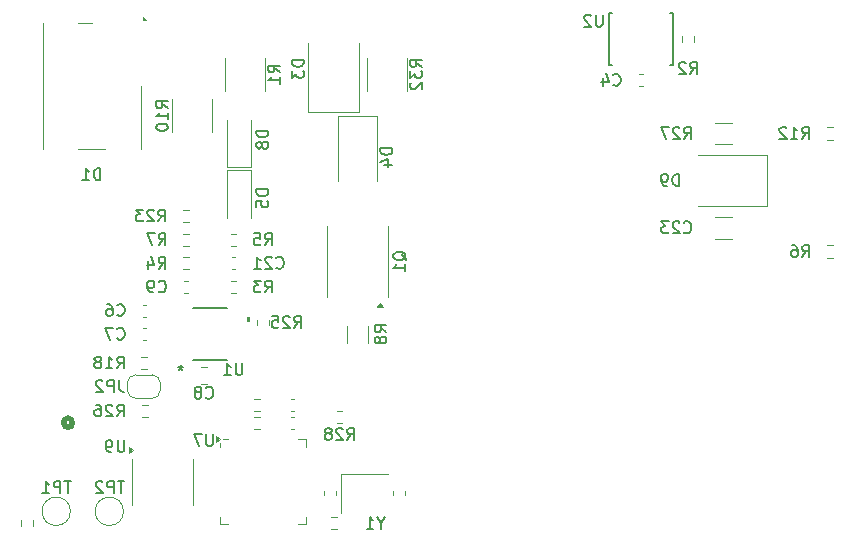
<source format=gbr>
%TF.GenerationSoftware,KiCad,Pcbnew,9.0.0-9.0.0-2~ubuntu24.04.1*%
%TF.CreationDate,2025-04-09T05:40:01-04:00*%
%TF.ProjectId,PSU,5053552e-6b69-4636-9164-5f7063625858,rev?*%
%TF.SameCoordinates,Original*%
%TF.FileFunction,Legend,Bot*%
%TF.FilePolarity,Positive*%
%FSLAX46Y46*%
G04 Gerber Fmt 4.6, Leading zero omitted, Abs format (unit mm)*
G04 Created by KiCad (PCBNEW 9.0.0-9.0.0-2~ubuntu24.04.1) date 2025-04-09 05:40:01*
%MOMM*%
%LPD*%
G01*
G04 APERTURE LIST*
%ADD10C,0.150000*%
%ADD11C,0.508000*%
%ADD12C,0.120000*%
%ADD13C,0.152400*%
%ADD14C,0.000000*%
G04 APERTURE END LIST*
D10*
X133261904Y-124454819D02*
X132690476Y-124454819D01*
X132976190Y-125454819D02*
X132976190Y-124454819D01*
X132357142Y-125454819D02*
X132357142Y-124454819D01*
X132357142Y-124454819D02*
X131976190Y-124454819D01*
X131976190Y-124454819D02*
X131880952Y-124502438D01*
X131880952Y-124502438D02*
X131833333Y-124550057D01*
X131833333Y-124550057D02*
X131785714Y-124645295D01*
X131785714Y-124645295D02*
X131785714Y-124788152D01*
X131785714Y-124788152D02*
X131833333Y-124883390D01*
X131833333Y-124883390D02*
X131880952Y-124931009D01*
X131880952Y-124931009D02*
X131976190Y-124978628D01*
X131976190Y-124978628D02*
X132357142Y-124978628D01*
X131404761Y-124550057D02*
X131357142Y-124502438D01*
X131357142Y-124502438D02*
X131261904Y-124454819D01*
X131261904Y-124454819D02*
X131023809Y-124454819D01*
X131023809Y-124454819D02*
X130928571Y-124502438D01*
X130928571Y-124502438D02*
X130880952Y-124550057D01*
X130880952Y-124550057D02*
X130833333Y-124645295D01*
X130833333Y-124645295D02*
X130833333Y-124740533D01*
X130833333Y-124740533D02*
X130880952Y-124883390D01*
X130880952Y-124883390D02*
X131452380Y-125454819D01*
X131452380Y-125454819D02*
X130833333Y-125454819D01*
X145454819Y-99739405D02*
X144454819Y-99739405D01*
X144454819Y-99739405D02*
X144454819Y-99977500D01*
X144454819Y-99977500D02*
X144502438Y-100120357D01*
X144502438Y-100120357D02*
X144597676Y-100215595D01*
X144597676Y-100215595D02*
X144692914Y-100263214D01*
X144692914Y-100263214D02*
X144883390Y-100310833D01*
X144883390Y-100310833D02*
X145026247Y-100310833D01*
X145026247Y-100310833D02*
X145216723Y-100263214D01*
X145216723Y-100263214D02*
X145311961Y-100215595D01*
X145311961Y-100215595D02*
X145407200Y-100120357D01*
X145407200Y-100120357D02*
X145454819Y-99977500D01*
X145454819Y-99977500D02*
X145454819Y-99739405D01*
X144454819Y-101215595D02*
X144454819Y-100739405D01*
X144454819Y-100739405D02*
X144931009Y-100691786D01*
X144931009Y-100691786D02*
X144883390Y-100739405D01*
X144883390Y-100739405D02*
X144835771Y-100834643D01*
X144835771Y-100834643D02*
X144835771Y-101072738D01*
X144835771Y-101072738D02*
X144883390Y-101167976D01*
X144883390Y-101167976D02*
X144931009Y-101215595D01*
X144931009Y-101215595D02*
X145026247Y-101263214D01*
X145026247Y-101263214D02*
X145264342Y-101263214D01*
X145264342Y-101263214D02*
X145359580Y-101215595D01*
X145359580Y-101215595D02*
X145407200Y-101167976D01*
X145407200Y-101167976D02*
X145454819Y-101072738D01*
X145454819Y-101072738D02*
X145454819Y-100834643D01*
X145454819Y-100834643D02*
X145407200Y-100739405D01*
X145407200Y-100739405D02*
X145359580Y-100691786D01*
X157150057Y-105754761D02*
X157102438Y-105659523D01*
X157102438Y-105659523D02*
X157007200Y-105564285D01*
X157007200Y-105564285D02*
X156864342Y-105421428D01*
X156864342Y-105421428D02*
X156816723Y-105326190D01*
X156816723Y-105326190D02*
X156816723Y-105230952D01*
X157054819Y-105278571D02*
X157007200Y-105183333D01*
X157007200Y-105183333D02*
X156911961Y-105088095D01*
X156911961Y-105088095D02*
X156721485Y-105040476D01*
X156721485Y-105040476D02*
X156388152Y-105040476D01*
X156388152Y-105040476D02*
X156197676Y-105088095D01*
X156197676Y-105088095D02*
X156102438Y-105183333D01*
X156102438Y-105183333D02*
X156054819Y-105278571D01*
X156054819Y-105278571D02*
X156054819Y-105469047D01*
X156054819Y-105469047D02*
X156102438Y-105564285D01*
X156102438Y-105564285D02*
X156197676Y-105659523D01*
X156197676Y-105659523D02*
X156388152Y-105707142D01*
X156388152Y-105707142D02*
X156721485Y-105707142D01*
X156721485Y-105707142D02*
X156911961Y-105659523D01*
X156911961Y-105659523D02*
X157007200Y-105564285D01*
X157007200Y-105564285D02*
X157054819Y-105469047D01*
X157054819Y-105469047D02*
X157054819Y-105278571D01*
X157054819Y-106659523D02*
X157054819Y-106088095D01*
X157054819Y-106373809D02*
X156054819Y-106373809D01*
X156054819Y-106373809D02*
X156197676Y-106278571D01*
X156197676Y-106278571D02*
X156292914Y-106183333D01*
X156292914Y-106183333D02*
X156340533Y-106088095D01*
X132666666Y-112359580D02*
X132714285Y-112407200D01*
X132714285Y-112407200D02*
X132857142Y-112454819D01*
X132857142Y-112454819D02*
X132952380Y-112454819D01*
X132952380Y-112454819D02*
X133095237Y-112407200D01*
X133095237Y-112407200D02*
X133190475Y-112311961D01*
X133190475Y-112311961D02*
X133238094Y-112216723D01*
X133238094Y-112216723D02*
X133285713Y-112026247D01*
X133285713Y-112026247D02*
X133285713Y-111883390D01*
X133285713Y-111883390D02*
X133238094Y-111692914D01*
X133238094Y-111692914D02*
X133190475Y-111597676D01*
X133190475Y-111597676D02*
X133095237Y-111502438D01*
X133095237Y-111502438D02*
X132952380Y-111454819D01*
X132952380Y-111454819D02*
X132857142Y-111454819D01*
X132857142Y-111454819D02*
X132714285Y-111502438D01*
X132714285Y-111502438D02*
X132666666Y-111550057D01*
X132333332Y-111454819D02*
X131666666Y-111454819D01*
X131666666Y-111454819D02*
X132095237Y-112454819D01*
X155954819Y-96239405D02*
X154954819Y-96239405D01*
X154954819Y-96239405D02*
X154954819Y-96477500D01*
X154954819Y-96477500D02*
X155002438Y-96620357D01*
X155002438Y-96620357D02*
X155097676Y-96715595D01*
X155097676Y-96715595D02*
X155192914Y-96763214D01*
X155192914Y-96763214D02*
X155383390Y-96810833D01*
X155383390Y-96810833D02*
X155526247Y-96810833D01*
X155526247Y-96810833D02*
X155716723Y-96763214D01*
X155716723Y-96763214D02*
X155811961Y-96715595D01*
X155811961Y-96715595D02*
X155907200Y-96620357D01*
X155907200Y-96620357D02*
X155954819Y-96477500D01*
X155954819Y-96477500D02*
X155954819Y-96239405D01*
X155288152Y-97667976D02*
X155954819Y-97667976D01*
X154907200Y-97429881D02*
X155621485Y-97191786D01*
X155621485Y-97191786D02*
X155621485Y-97810833D01*
X158454819Y-89357142D02*
X157978628Y-89023809D01*
X158454819Y-88785714D02*
X157454819Y-88785714D01*
X157454819Y-88785714D02*
X157454819Y-89166666D01*
X157454819Y-89166666D02*
X157502438Y-89261904D01*
X157502438Y-89261904D02*
X157550057Y-89309523D01*
X157550057Y-89309523D02*
X157645295Y-89357142D01*
X157645295Y-89357142D02*
X157788152Y-89357142D01*
X157788152Y-89357142D02*
X157883390Y-89309523D01*
X157883390Y-89309523D02*
X157931009Y-89261904D01*
X157931009Y-89261904D02*
X157978628Y-89166666D01*
X157978628Y-89166666D02*
X157978628Y-88785714D01*
X157454819Y-89690476D02*
X157454819Y-90309523D01*
X157454819Y-90309523D02*
X157835771Y-89976190D01*
X157835771Y-89976190D02*
X157835771Y-90119047D01*
X157835771Y-90119047D02*
X157883390Y-90214285D01*
X157883390Y-90214285D02*
X157931009Y-90261904D01*
X157931009Y-90261904D02*
X158026247Y-90309523D01*
X158026247Y-90309523D02*
X158264342Y-90309523D01*
X158264342Y-90309523D02*
X158359580Y-90261904D01*
X158359580Y-90261904D02*
X158407200Y-90214285D01*
X158407200Y-90214285D02*
X158454819Y-90119047D01*
X158454819Y-90119047D02*
X158454819Y-89833333D01*
X158454819Y-89833333D02*
X158407200Y-89738095D01*
X158407200Y-89738095D02*
X158359580Y-89690476D01*
X157550057Y-90690476D02*
X157502438Y-90738095D01*
X157502438Y-90738095D02*
X157454819Y-90833333D01*
X157454819Y-90833333D02*
X157454819Y-91071428D01*
X157454819Y-91071428D02*
X157502438Y-91166666D01*
X157502438Y-91166666D02*
X157550057Y-91214285D01*
X157550057Y-91214285D02*
X157645295Y-91261904D01*
X157645295Y-91261904D02*
X157740533Y-91261904D01*
X157740533Y-91261904D02*
X157883390Y-91214285D01*
X157883390Y-91214285D02*
X158454819Y-90642857D01*
X158454819Y-90642857D02*
X158454819Y-91261904D01*
X136142857Y-102454819D02*
X136476190Y-101978628D01*
X136714285Y-102454819D02*
X136714285Y-101454819D01*
X136714285Y-101454819D02*
X136333333Y-101454819D01*
X136333333Y-101454819D02*
X136238095Y-101502438D01*
X136238095Y-101502438D02*
X136190476Y-101550057D01*
X136190476Y-101550057D02*
X136142857Y-101645295D01*
X136142857Y-101645295D02*
X136142857Y-101788152D01*
X136142857Y-101788152D02*
X136190476Y-101883390D01*
X136190476Y-101883390D02*
X136238095Y-101931009D01*
X136238095Y-101931009D02*
X136333333Y-101978628D01*
X136333333Y-101978628D02*
X136714285Y-101978628D01*
X135761904Y-101550057D02*
X135714285Y-101502438D01*
X135714285Y-101502438D02*
X135619047Y-101454819D01*
X135619047Y-101454819D02*
X135380952Y-101454819D01*
X135380952Y-101454819D02*
X135285714Y-101502438D01*
X135285714Y-101502438D02*
X135238095Y-101550057D01*
X135238095Y-101550057D02*
X135190476Y-101645295D01*
X135190476Y-101645295D02*
X135190476Y-101740533D01*
X135190476Y-101740533D02*
X135238095Y-101883390D01*
X135238095Y-101883390D02*
X135809523Y-102454819D01*
X135809523Y-102454819D02*
X135190476Y-102454819D01*
X134857142Y-101454819D02*
X134238095Y-101454819D01*
X134238095Y-101454819D02*
X134571428Y-101835771D01*
X134571428Y-101835771D02*
X134428571Y-101835771D01*
X134428571Y-101835771D02*
X134333333Y-101883390D01*
X134333333Y-101883390D02*
X134285714Y-101931009D01*
X134285714Y-101931009D02*
X134238095Y-102026247D01*
X134238095Y-102026247D02*
X134238095Y-102264342D01*
X134238095Y-102264342D02*
X134285714Y-102359580D01*
X134285714Y-102359580D02*
X134333333Y-102407200D01*
X134333333Y-102407200D02*
X134428571Y-102454819D01*
X134428571Y-102454819D02*
X134714285Y-102454819D01*
X134714285Y-102454819D02*
X134809523Y-102407200D01*
X134809523Y-102407200D02*
X134857142Y-102359580D01*
X132666666Y-110359580D02*
X132714285Y-110407200D01*
X132714285Y-110407200D02*
X132857142Y-110454819D01*
X132857142Y-110454819D02*
X132952380Y-110454819D01*
X132952380Y-110454819D02*
X133095237Y-110407200D01*
X133095237Y-110407200D02*
X133190475Y-110311961D01*
X133190475Y-110311961D02*
X133238094Y-110216723D01*
X133238094Y-110216723D02*
X133285713Y-110026247D01*
X133285713Y-110026247D02*
X133285713Y-109883390D01*
X133285713Y-109883390D02*
X133238094Y-109692914D01*
X133238094Y-109692914D02*
X133190475Y-109597676D01*
X133190475Y-109597676D02*
X133095237Y-109502438D01*
X133095237Y-109502438D02*
X132952380Y-109454819D01*
X132952380Y-109454819D02*
X132857142Y-109454819D01*
X132857142Y-109454819D02*
X132714285Y-109502438D01*
X132714285Y-109502438D02*
X132666666Y-109550057D01*
X131809523Y-109454819D02*
X131999999Y-109454819D01*
X131999999Y-109454819D02*
X132095237Y-109502438D01*
X132095237Y-109502438D02*
X132142856Y-109550057D01*
X132142856Y-109550057D02*
X132238094Y-109692914D01*
X132238094Y-109692914D02*
X132285713Y-109883390D01*
X132285713Y-109883390D02*
X132285713Y-110264342D01*
X132285713Y-110264342D02*
X132238094Y-110359580D01*
X132238094Y-110359580D02*
X132190475Y-110407200D01*
X132190475Y-110407200D02*
X132095237Y-110454819D01*
X132095237Y-110454819D02*
X131904761Y-110454819D01*
X131904761Y-110454819D02*
X131809523Y-110407200D01*
X131809523Y-110407200D02*
X131761904Y-110359580D01*
X131761904Y-110359580D02*
X131714285Y-110264342D01*
X131714285Y-110264342D02*
X131714285Y-110026247D01*
X131714285Y-110026247D02*
X131761904Y-109931009D01*
X131761904Y-109931009D02*
X131809523Y-109883390D01*
X131809523Y-109883390D02*
X131904761Y-109835771D01*
X131904761Y-109835771D02*
X132095237Y-109835771D01*
X132095237Y-109835771D02*
X132190475Y-109883390D01*
X132190475Y-109883390D02*
X132238094Y-109931009D01*
X132238094Y-109931009D02*
X132285713Y-110026247D01*
X136166666Y-104454819D02*
X136499999Y-103978628D01*
X136738094Y-104454819D02*
X136738094Y-103454819D01*
X136738094Y-103454819D02*
X136357142Y-103454819D01*
X136357142Y-103454819D02*
X136261904Y-103502438D01*
X136261904Y-103502438D02*
X136214285Y-103550057D01*
X136214285Y-103550057D02*
X136166666Y-103645295D01*
X136166666Y-103645295D02*
X136166666Y-103788152D01*
X136166666Y-103788152D02*
X136214285Y-103883390D01*
X136214285Y-103883390D02*
X136261904Y-103931009D01*
X136261904Y-103931009D02*
X136357142Y-103978628D01*
X136357142Y-103978628D02*
X136738094Y-103978628D01*
X135833332Y-103454819D02*
X135166666Y-103454819D01*
X135166666Y-103454819D02*
X135595237Y-104454819D01*
X128761904Y-124454819D02*
X128190476Y-124454819D01*
X128476190Y-125454819D02*
X128476190Y-124454819D01*
X127857142Y-125454819D02*
X127857142Y-124454819D01*
X127857142Y-124454819D02*
X127476190Y-124454819D01*
X127476190Y-124454819D02*
X127380952Y-124502438D01*
X127380952Y-124502438D02*
X127333333Y-124550057D01*
X127333333Y-124550057D02*
X127285714Y-124645295D01*
X127285714Y-124645295D02*
X127285714Y-124788152D01*
X127285714Y-124788152D02*
X127333333Y-124883390D01*
X127333333Y-124883390D02*
X127380952Y-124931009D01*
X127380952Y-124931009D02*
X127476190Y-124978628D01*
X127476190Y-124978628D02*
X127857142Y-124978628D01*
X126333333Y-125454819D02*
X126904761Y-125454819D01*
X126619047Y-125454819D02*
X126619047Y-124454819D01*
X126619047Y-124454819D02*
X126714285Y-124597676D01*
X126714285Y-124597676D02*
X126809523Y-124692914D01*
X126809523Y-124692914D02*
X126904761Y-124740533D01*
X145166666Y-104454819D02*
X145499999Y-103978628D01*
X145738094Y-104454819D02*
X145738094Y-103454819D01*
X145738094Y-103454819D02*
X145357142Y-103454819D01*
X145357142Y-103454819D02*
X145261904Y-103502438D01*
X145261904Y-103502438D02*
X145214285Y-103550057D01*
X145214285Y-103550057D02*
X145166666Y-103645295D01*
X145166666Y-103645295D02*
X145166666Y-103788152D01*
X145166666Y-103788152D02*
X145214285Y-103883390D01*
X145214285Y-103883390D02*
X145261904Y-103931009D01*
X145261904Y-103931009D02*
X145357142Y-103978628D01*
X145357142Y-103978628D02*
X145738094Y-103978628D01*
X144261904Y-103454819D02*
X144738094Y-103454819D01*
X144738094Y-103454819D02*
X144785713Y-103931009D01*
X144785713Y-103931009D02*
X144738094Y-103883390D01*
X144738094Y-103883390D02*
X144642856Y-103835771D01*
X144642856Y-103835771D02*
X144404761Y-103835771D01*
X144404761Y-103835771D02*
X144309523Y-103883390D01*
X144309523Y-103883390D02*
X144261904Y-103931009D01*
X144261904Y-103931009D02*
X144214285Y-104026247D01*
X144214285Y-104026247D02*
X144214285Y-104264342D01*
X144214285Y-104264342D02*
X144261904Y-104359580D01*
X144261904Y-104359580D02*
X144309523Y-104407200D01*
X144309523Y-104407200D02*
X144404761Y-104454819D01*
X144404761Y-104454819D02*
X144642856Y-104454819D01*
X144642856Y-104454819D02*
X144738094Y-104407200D01*
X144738094Y-104407200D02*
X144785713Y-104359580D01*
X145454819Y-94761905D02*
X144454819Y-94761905D01*
X144454819Y-94761905D02*
X144454819Y-95000000D01*
X144454819Y-95000000D02*
X144502438Y-95142857D01*
X144502438Y-95142857D02*
X144597676Y-95238095D01*
X144597676Y-95238095D02*
X144692914Y-95285714D01*
X144692914Y-95285714D02*
X144883390Y-95333333D01*
X144883390Y-95333333D02*
X145026247Y-95333333D01*
X145026247Y-95333333D02*
X145216723Y-95285714D01*
X145216723Y-95285714D02*
X145311961Y-95238095D01*
X145311961Y-95238095D02*
X145407200Y-95142857D01*
X145407200Y-95142857D02*
X145454819Y-95000000D01*
X145454819Y-95000000D02*
X145454819Y-94761905D01*
X144883390Y-95904762D02*
X144835771Y-95809524D01*
X144835771Y-95809524D02*
X144788152Y-95761905D01*
X144788152Y-95761905D02*
X144692914Y-95714286D01*
X144692914Y-95714286D02*
X144645295Y-95714286D01*
X144645295Y-95714286D02*
X144550057Y-95761905D01*
X144550057Y-95761905D02*
X144502438Y-95809524D01*
X144502438Y-95809524D02*
X144454819Y-95904762D01*
X144454819Y-95904762D02*
X144454819Y-96095238D01*
X144454819Y-96095238D02*
X144502438Y-96190476D01*
X144502438Y-96190476D02*
X144550057Y-96238095D01*
X144550057Y-96238095D02*
X144645295Y-96285714D01*
X144645295Y-96285714D02*
X144692914Y-96285714D01*
X144692914Y-96285714D02*
X144788152Y-96238095D01*
X144788152Y-96238095D02*
X144835771Y-96190476D01*
X144835771Y-96190476D02*
X144883390Y-96095238D01*
X144883390Y-96095238D02*
X144883390Y-95904762D01*
X144883390Y-95904762D02*
X144931009Y-95809524D01*
X144931009Y-95809524D02*
X144978628Y-95761905D01*
X144978628Y-95761905D02*
X145073866Y-95714286D01*
X145073866Y-95714286D02*
X145264342Y-95714286D01*
X145264342Y-95714286D02*
X145359580Y-95761905D01*
X145359580Y-95761905D02*
X145407200Y-95809524D01*
X145407200Y-95809524D02*
X145454819Y-95904762D01*
X145454819Y-95904762D02*
X145454819Y-96095238D01*
X145454819Y-96095238D02*
X145407200Y-96190476D01*
X145407200Y-96190476D02*
X145359580Y-96238095D01*
X145359580Y-96238095D02*
X145264342Y-96285714D01*
X145264342Y-96285714D02*
X145073866Y-96285714D01*
X145073866Y-96285714D02*
X144978628Y-96238095D01*
X144978628Y-96238095D02*
X144931009Y-96190476D01*
X144931009Y-96190476D02*
X144883390Y-96095238D01*
X155454819Y-111833333D02*
X154978628Y-111500000D01*
X155454819Y-111261905D02*
X154454819Y-111261905D01*
X154454819Y-111261905D02*
X154454819Y-111642857D01*
X154454819Y-111642857D02*
X154502438Y-111738095D01*
X154502438Y-111738095D02*
X154550057Y-111785714D01*
X154550057Y-111785714D02*
X154645295Y-111833333D01*
X154645295Y-111833333D02*
X154788152Y-111833333D01*
X154788152Y-111833333D02*
X154883390Y-111785714D01*
X154883390Y-111785714D02*
X154931009Y-111738095D01*
X154931009Y-111738095D02*
X154978628Y-111642857D01*
X154978628Y-111642857D02*
X154978628Y-111261905D01*
X154883390Y-112404762D02*
X154835771Y-112309524D01*
X154835771Y-112309524D02*
X154788152Y-112261905D01*
X154788152Y-112261905D02*
X154692914Y-112214286D01*
X154692914Y-112214286D02*
X154645295Y-112214286D01*
X154645295Y-112214286D02*
X154550057Y-112261905D01*
X154550057Y-112261905D02*
X154502438Y-112309524D01*
X154502438Y-112309524D02*
X154454819Y-112404762D01*
X154454819Y-112404762D02*
X154454819Y-112595238D01*
X154454819Y-112595238D02*
X154502438Y-112690476D01*
X154502438Y-112690476D02*
X154550057Y-112738095D01*
X154550057Y-112738095D02*
X154645295Y-112785714D01*
X154645295Y-112785714D02*
X154692914Y-112785714D01*
X154692914Y-112785714D02*
X154788152Y-112738095D01*
X154788152Y-112738095D02*
X154835771Y-112690476D01*
X154835771Y-112690476D02*
X154883390Y-112595238D01*
X154883390Y-112595238D02*
X154883390Y-112404762D01*
X154883390Y-112404762D02*
X154931009Y-112309524D01*
X154931009Y-112309524D02*
X154978628Y-112261905D01*
X154978628Y-112261905D02*
X155073866Y-112214286D01*
X155073866Y-112214286D02*
X155264342Y-112214286D01*
X155264342Y-112214286D02*
X155359580Y-112261905D01*
X155359580Y-112261905D02*
X155407200Y-112309524D01*
X155407200Y-112309524D02*
X155454819Y-112404762D01*
X155454819Y-112404762D02*
X155454819Y-112595238D01*
X155454819Y-112595238D02*
X155407200Y-112690476D01*
X155407200Y-112690476D02*
X155359580Y-112738095D01*
X155359580Y-112738095D02*
X155264342Y-112785714D01*
X155264342Y-112785714D02*
X155073866Y-112785714D01*
X155073866Y-112785714D02*
X154978628Y-112738095D01*
X154978628Y-112738095D02*
X154931009Y-112690476D01*
X154931009Y-112690476D02*
X154883390Y-112595238D01*
X132642857Y-118954819D02*
X132976190Y-118478628D01*
X133214285Y-118954819D02*
X133214285Y-117954819D01*
X133214285Y-117954819D02*
X132833333Y-117954819D01*
X132833333Y-117954819D02*
X132738095Y-118002438D01*
X132738095Y-118002438D02*
X132690476Y-118050057D01*
X132690476Y-118050057D02*
X132642857Y-118145295D01*
X132642857Y-118145295D02*
X132642857Y-118288152D01*
X132642857Y-118288152D02*
X132690476Y-118383390D01*
X132690476Y-118383390D02*
X132738095Y-118431009D01*
X132738095Y-118431009D02*
X132833333Y-118478628D01*
X132833333Y-118478628D02*
X133214285Y-118478628D01*
X132261904Y-118050057D02*
X132214285Y-118002438D01*
X132214285Y-118002438D02*
X132119047Y-117954819D01*
X132119047Y-117954819D02*
X131880952Y-117954819D01*
X131880952Y-117954819D02*
X131785714Y-118002438D01*
X131785714Y-118002438D02*
X131738095Y-118050057D01*
X131738095Y-118050057D02*
X131690476Y-118145295D01*
X131690476Y-118145295D02*
X131690476Y-118240533D01*
X131690476Y-118240533D02*
X131738095Y-118383390D01*
X131738095Y-118383390D02*
X132309523Y-118954819D01*
X132309523Y-118954819D02*
X131690476Y-118954819D01*
X130833333Y-117954819D02*
X131023809Y-117954819D01*
X131023809Y-117954819D02*
X131119047Y-118002438D01*
X131119047Y-118002438D02*
X131166666Y-118050057D01*
X131166666Y-118050057D02*
X131261904Y-118192914D01*
X131261904Y-118192914D02*
X131309523Y-118383390D01*
X131309523Y-118383390D02*
X131309523Y-118764342D01*
X131309523Y-118764342D02*
X131261904Y-118859580D01*
X131261904Y-118859580D02*
X131214285Y-118907200D01*
X131214285Y-118907200D02*
X131119047Y-118954819D01*
X131119047Y-118954819D02*
X130928571Y-118954819D01*
X130928571Y-118954819D02*
X130833333Y-118907200D01*
X130833333Y-118907200D02*
X130785714Y-118859580D01*
X130785714Y-118859580D02*
X130738095Y-118764342D01*
X130738095Y-118764342D02*
X130738095Y-118526247D01*
X130738095Y-118526247D02*
X130785714Y-118431009D01*
X130785714Y-118431009D02*
X130833333Y-118383390D01*
X130833333Y-118383390D02*
X130928571Y-118335771D01*
X130928571Y-118335771D02*
X131119047Y-118335771D01*
X131119047Y-118335771D02*
X131214285Y-118383390D01*
X131214285Y-118383390D02*
X131261904Y-118431009D01*
X131261904Y-118431009D02*
X131309523Y-118526247D01*
X136166666Y-106454819D02*
X136499999Y-105978628D01*
X136738094Y-106454819D02*
X136738094Y-105454819D01*
X136738094Y-105454819D02*
X136357142Y-105454819D01*
X136357142Y-105454819D02*
X136261904Y-105502438D01*
X136261904Y-105502438D02*
X136214285Y-105550057D01*
X136214285Y-105550057D02*
X136166666Y-105645295D01*
X136166666Y-105645295D02*
X136166666Y-105788152D01*
X136166666Y-105788152D02*
X136214285Y-105883390D01*
X136214285Y-105883390D02*
X136261904Y-105931009D01*
X136261904Y-105931009D02*
X136357142Y-105978628D01*
X136357142Y-105978628D02*
X136738094Y-105978628D01*
X135309523Y-105788152D02*
X135309523Y-106454819D01*
X135547618Y-105407200D02*
X135785713Y-106121485D01*
X135785713Y-106121485D02*
X135166666Y-106121485D01*
X146454819Y-89833333D02*
X145978628Y-89500000D01*
X146454819Y-89261905D02*
X145454819Y-89261905D01*
X145454819Y-89261905D02*
X145454819Y-89642857D01*
X145454819Y-89642857D02*
X145502438Y-89738095D01*
X145502438Y-89738095D02*
X145550057Y-89785714D01*
X145550057Y-89785714D02*
X145645295Y-89833333D01*
X145645295Y-89833333D02*
X145788152Y-89833333D01*
X145788152Y-89833333D02*
X145883390Y-89785714D01*
X145883390Y-89785714D02*
X145931009Y-89738095D01*
X145931009Y-89738095D02*
X145978628Y-89642857D01*
X145978628Y-89642857D02*
X145978628Y-89261905D01*
X146454819Y-90785714D02*
X146454819Y-90214286D01*
X146454819Y-90500000D02*
X145454819Y-90500000D01*
X145454819Y-90500000D02*
X145597676Y-90404762D01*
X145597676Y-90404762D02*
X145692914Y-90309524D01*
X145692914Y-90309524D02*
X145740533Y-90214286D01*
X190666666Y-105454819D02*
X190999999Y-104978628D01*
X191238094Y-105454819D02*
X191238094Y-104454819D01*
X191238094Y-104454819D02*
X190857142Y-104454819D01*
X190857142Y-104454819D02*
X190761904Y-104502438D01*
X190761904Y-104502438D02*
X190714285Y-104550057D01*
X190714285Y-104550057D02*
X190666666Y-104645295D01*
X190666666Y-104645295D02*
X190666666Y-104788152D01*
X190666666Y-104788152D02*
X190714285Y-104883390D01*
X190714285Y-104883390D02*
X190761904Y-104931009D01*
X190761904Y-104931009D02*
X190857142Y-104978628D01*
X190857142Y-104978628D02*
X191238094Y-104978628D01*
X189809523Y-104454819D02*
X189999999Y-104454819D01*
X189999999Y-104454819D02*
X190095237Y-104502438D01*
X190095237Y-104502438D02*
X190142856Y-104550057D01*
X190142856Y-104550057D02*
X190238094Y-104692914D01*
X190238094Y-104692914D02*
X190285713Y-104883390D01*
X190285713Y-104883390D02*
X190285713Y-105264342D01*
X190285713Y-105264342D02*
X190238094Y-105359580D01*
X190238094Y-105359580D02*
X190190475Y-105407200D01*
X190190475Y-105407200D02*
X190095237Y-105454819D01*
X190095237Y-105454819D02*
X189904761Y-105454819D01*
X189904761Y-105454819D02*
X189809523Y-105407200D01*
X189809523Y-105407200D02*
X189761904Y-105359580D01*
X189761904Y-105359580D02*
X189714285Y-105264342D01*
X189714285Y-105264342D02*
X189714285Y-105026247D01*
X189714285Y-105026247D02*
X189761904Y-104931009D01*
X189761904Y-104931009D02*
X189809523Y-104883390D01*
X189809523Y-104883390D02*
X189904761Y-104835771D01*
X189904761Y-104835771D02*
X190095237Y-104835771D01*
X190095237Y-104835771D02*
X190190475Y-104883390D01*
X190190475Y-104883390D02*
X190238094Y-104931009D01*
X190238094Y-104931009D02*
X190285713Y-105026247D01*
X132833333Y-115891317D02*
X132833333Y-116605602D01*
X132833333Y-116605602D02*
X132880952Y-116748459D01*
X132880952Y-116748459D02*
X132976190Y-116843698D01*
X132976190Y-116843698D02*
X133119047Y-116891317D01*
X133119047Y-116891317D02*
X133214285Y-116891317D01*
X132357142Y-116891317D02*
X132357142Y-115891317D01*
X132357142Y-115891317D02*
X131976190Y-115891317D01*
X131976190Y-115891317D02*
X131880952Y-115938936D01*
X131880952Y-115938936D02*
X131833333Y-115986555D01*
X131833333Y-115986555D02*
X131785714Y-116081793D01*
X131785714Y-116081793D02*
X131785714Y-116224650D01*
X131785714Y-116224650D02*
X131833333Y-116319888D01*
X131833333Y-116319888D02*
X131880952Y-116367507D01*
X131880952Y-116367507D02*
X131976190Y-116415126D01*
X131976190Y-116415126D02*
X132357142Y-116415126D01*
X131404761Y-115986555D02*
X131357142Y-115938936D01*
X131357142Y-115938936D02*
X131261904Y-115891317D01*
X131261904Y-115891317D02*
X131023809Y-115891317D01*
X131023809Y-115891317D02*
X130928571Y-115938936D01*
X130928571Y-115938936D02*
X130880952Y-115986555D01*
X130880952Y-115986555D02*
X130833333Y-116081793D01*
X130833333Y-116081793D02*
X130833333Y-116177031D01*
X130833333Y-116177031D02*
X130880952Y-116319888D01*
X130880952Y-116319888D02*
X131452380Y-116891317D01*
X131452380Y-116891317D02*
X130833333Y-116891317D01*
X174666666Y-90859580D02*
X174714285Y-90907200D01*
X174714285Y-90907200D02*
X174857142Y-90954819D01*
X174857142Y-90954819D02*
X174952380Y-90954819D01*
X174952380Y-90954819D02*
X175095237Y-90907200D01*
X175095237Y-90907200D02*
X175190475Y-90811961D01*
X175190475Y-90811961D02*
X175238094Y-90716723D01*
X175238094Y-90716723D02*
X175285713Y-90526247D01*
X175285713Y-90526247D02*
X175285713Y-90383390D01*
X175285713Y-90383390D02*
X175238094Y-90192914D01*
X175238094Y-90192914D02*
X175190475Y-90097676D01*
X175190475Y-90097676D02*
X175095237Y-90002438D01*
X175095237Y-90002438D02*
X174952380Y-89954819D01*
X174952380Y-89954819D02*
X174857142Y-89954819D01*
X174857142Y-89954819D02*
X174714285Y-90002438D01*
X174714285Y-90002438D02*
X174666666Y-90050057D01*
X173809523Y-90288152D02*
X173809523Y-90954819D01*
X174047618Y-89907200D02*
X174285713Y-90621485D01*
X174285713Y-90621485D02*
X173666666Y-90621485D01*
X140761904Y-120454819D02*
X140761904Y-121264342D01*
X140761904Y-121264342D02*
X140714285Y-121359580D01*
X140714285Y-121359580D02*
X140666666Y-121407200D01*
X140666666Y-121407200D02*
X140571428Y-121454819D01*
X140571428Y-121454819D02*
X140380952Y-121454819D01*
X140380952Y-121454819D02*
X140285714Y-121407200D01*
X140285714Y-121407200D02*
X140238095Y-121359580D01*
X140238095Y-121359580D02*
X140190476Y-121264342D01*
X140190476Y-121264342D02*
X140190476Y-120454819D01*
X139809523Y-120454819D02*
X139142857Y-120454819D01*
X139142857Y-120454819D02*
X139571428Y-121454819D01*
X136166666Y-108359580D02*
X136214285Y-108407200D01*
X136214285Y-108407200D02*
X136357142Y-108454819D01*
X136357142Y-108454819D02*
X136452380Y-108454819D01*
X136452380Y-108454819D02*
X136595237Y-108407200D01*
X136595237Y-108407200D02*
X136690475Y-108311961D01*
X136690475Y-108311961D02*
X136738094Y-108216723D01*
X136738094Y-108216723D02*
X136785713Y-108026247D01*
X136785713Y-108026247D02*
X136785713Y-107883390D01*
X136785713Y-107883390D02*
X136738094Y-107692914D01*
X136738094Y-107692914D02*
X136690475Y-107597676D01*
X136690475Y-107597676D02*
X136595237Y-107502438D01*
X136595237Y-107502438D02*
X136452380Y-107454819D01*
X136452380Y-107454819D02*
X136357142Y-107454819D01*
X136357142Y-107454819D02*
X136214285Y-107502438D01*
X136214285Y-107502438D02*
X136166666Y-107550057D01*
X135690475Y-108454819D02*
X135499999Y-108454819D01*
X135499999Y-108454819D02*
X135404761Y-108407200D01*
X135404761Y-108407200D02*
X135357142Y-108359580D01*
X135357142Y-108359580D02*
X135261904Y-108216723D01*
X135261904Y-108216723D02*
X135214285Y-108026247D01*
X135214285Y-108026247D02*
X135214285Y-107645295D01*
X135214285Y-107645295D02*
X135261904Y-107550057D01*
X135261904Y-107550057D02*
X135309523Y-107502438D01*
X135309523Y-107502438D02*
X135404761Y-107454819D01*
X135404761Y-107454819D02*
X135595237Y-107454819D01*
X135595237Y-107454819D02*
X135690475Y-107502438D01*
X135690475Y-107502438D02*
X135738094Y-107550057D01*
X135738094Y-107550057D02*
X135785713Y-107645295D01*
X135785713Y-107645295D02*
X135785713Y-107883390D01*
X135785713Y-107883390D02*
X135738094Y-107978628D01*
X135738094Y-107978628D02*
X135690475Y-108026247D01*
X135690475Y-108026247D02*
X135595237Y-108073866D01*
X135595237Y-108073866D02*
X135404761Y-108073866D01*
X135404761Y-108073866D02*
X135309523Y-108026247D01*
X135309523Y-108026247D02*
X135261904Y-107978628D01*
X135261904Y-107978628D02*
X135214285Y-107883390D01*
X180642857Y-95454819D02*
X180976190Y-94978628D01*
X181214285Y-95454819D02*
X181214285Y-94454819D01*
X181214285Y-94454819D02*
X180833333Y-94454819D01*
X180833333Y-94454819D02*
X180738095Y-94502438D01*
X180738095Y-94502438D02*
X180690476Y-94550057D01*
X180690476Y-94550057D02*
X180642857Y-94645295D01*
X180642857Y-94645295D02*
X180642857Y-94788152D01*
X180642857Y-94788152D02*
X180690476Y-94883390D01*
X180690476Y-94883390D02*
X180738095Y-94931009D01*
X180738095Y-94931009D02*
X180833333Y-94978628D01*
X180833333Y-94978628D02*
X181214285Y-94978628D01*
X180261904Y-94550057D02*
X180214285Y-94502438D01*
X180214285Y-94502438D02*
X180119047Y-94454819D01*
X180119047Y-94454819D02*
X179880952Y-94454819D01*
X179880952Y-94454819D02*
X179785714Y-94502438D01*
X179785714Y-94502438D02*
X179738095Y-94550057D01*
X179738095Y-94550057D02*
X179690476Y-94645295D01*
X179690476Y-94645295D02*
X179690476Y-94740533D01*
X179690476Y-94740533D02*
X179738095Y-94883390D01*
X179738095Y-94883390D02*
X180309523Y-95454819D01*
X180309523Y-95454819D02*
X179690476Y-95454819D01*
X179357142Y-94454819D02*
X178690476Y-94454819D01*
X178690476Y-94454819D02*
X179119047Y-95454819D01*
X180642857Y-103359580D02*
X180690476Y-103407200D01*
X180690476Y-103407200D02*
X180833333Y-103454819D01*
X180833333Y-103454819D02*
X180928571Y-103454819D01*
X180928571Y-103454819D02*
X181071428Y-103407200D01*
X181071428Y-103407200D02*
X181166666Y-103311961D01*
X181166666Y-103311961D02*
X181214285Y-103216723D01*
X181214285Y-103216723D02*
X181261904Y-103026247D01*
X181261904Y-103026247D02*
X181261904Y-102883390D01*
X181261904Y-102883390D02*
X181214285Y-102692914D01*
X181214285Y-102692914D02*
X181166666Y-102597676D01*
X181166666Y-102597676D02*
X181071428Y-102502438D01*
X181071428Y-102502438D02*
X180928571Y-102454819D01*
X180928571Y-102454819D02*
X180833333Y-102454819D01*
X180833333Y-102454819D02*
X180690476Y-102502438D01*
X180690476Y-102502438D02*
X180642857Y-102550057D01*
X180261904Y-102550057D02*
X180214285Y-102502438D01*
X180214285Y-102502438D02*
X180119047Y-102454819D01*
X180119047Y-102454819D02*
X179880952Y-102454819D01*
X179880952Y-102454819D02*
X179785714Y-102502438D01*
X179785714Y-102502438D02*
X179738095Y-102550057D01*
X179738095Y-102550057D02*
X179690476Y-102645295D01*
X179690476Y-102645295D02*
X179690476Y-102740533D01*
X179690476Y-102740533D02*
X179738095Y-102883390D01*
X179738095Y-102883390D02*
X180309523Y-103454819D01*
X180309523Y-103454819D02*
X179690476Y-103454819D01*
X179357142Y-102454819D02*
X178738095Y-102454819D01*
X178738095Y-102454819D02*
X179071428Y-102835771D01*
X179071428Y-102835771D02*
X178928571Y-102835771D01*
X178928571Y-102835771D02*
X178833333Y-102883390D01*
X178833333Y-102883390D02*
X178785714Y-102931009D01*
X178785714Y-102931009D02*
X178738095Y-103026247D01*
X178738095Y-103026247D02*
X178738095Y-103264342D01*
X178738095Y-103264342D02*
X178785714Y-103359580D01*
X178785714Y-103359580D02*
X178833333Y-103407200D01*
X178833333Y-103407200D02*
X178928571Y-103454819D01*
X178928571Y-103454819D02*
X179214285Y-103454819D01*
X179214285Y-103454819D02*
X179309523Y-103407200D01*
X179309523Y-103407200D02*
X179357142Y-103359580D01*
X173761904Y-84954819D02*
X173761904Y-85764342D01*
X173761904Y-85764342D02*
X173714285Y-85859580D01*
X173714285Y-85859580D02*
X173666666Y-85907200D01*
X173666666Y-85907200D02*
X173571428Y-85954819D01*
X173571428Y-85954819D02*
X173380952Y-85954819D01*
X173380952Y-85954819D02*
X173285714Y-85907200D01*
X173285714Y-85907200D02*
X173238095Y-85859580D01*
X173238095Y-85859580D02*
X173190476Y-85764342D01*
X173190476Y-85764342D02*
X173190476Y-84954819D01*
X172761904Y-85050057D02*
X172714285Y-85002438D01*
X172714285Y-85002438D02*
X172619047Y-84954819D01*
X172619047Y-84954819D02*
X172380952Y-84954819D01*
X172380952Y-84954819D02*
X172285714Y-85002438D01*
X172285714Y-85002438D02*
X172238095Y-85050057D01*
X172238095Y-85050057D02*
X172190476Y-85145295D01*
X172190476Y-85145295D02*
X172190476Y-85240533D01*
X172190476Y-85240533D02*
X172238095Y-85383390D01*
X172238095Y-85383390D02*
X172809523Y-85954819D01*
X172809523Y-85954819D02*
X172190476Y-85954819D01*
X146142857Y-106359580D02*
X146190476Y-106407200D01*
X146190476Y-106407200D02*
X146333333Y-106454819D01*
X146333333Y-106454819D02*
X146428571Y-106454819D01*
X146428571Y-106454819D02*
X146571428Y-106407200D01*
X146571428Y-106407200D02*
X146666666Y-106311961D01*
X146666666Y-106311961D02*
X146714285Y-106216723D01*
X146714285Y-106216723D02*
X146761904Y-106026247D01*
X146761904Y-106026247D02*
X146761904Y-105883390D01*
X146761904Y-105883390D02*
X146714285Y-105692914D01*
X146714285Y-105692914D02*
X146666666Y-105597676D01*
X146666666Y-105597676D02*
X146571428Y-105502438D01*
X146571428Y-105502438D02*
X146428571Y-105454819D01*
X146428571Y-105454819D02*
X146333333Y-105454819D01*
X146333333Y-105454819D02*
X146190476Y-105502438D01*
X146190476Y-105502438D02*
X146142857Y-105550057D01*
X145761904Y-105550057D02*
X145714285Y-105502438D01*
X145714285Y-105502438D02*
X145619047Y-105454819D01*
X145619047Y-105454819D02*
X145380952Y-105454819D01*
X145380952Y-105454819D02*
X145285714Y-105502438D01*
X145285714Y-105502438D02*
X145238095Y-105550057D01*
X145238095Y-105550057D02*
X145190476Y-105645295D01*
X145190476Y-105645295D02*
X145190476Y-105740533D01*
X145190476Y-105740533D02*
X145238095Y-105883390D01*
X145238095Y-105883390D02*
X145809523Y-106454819D01*
X145809523Y-106454819D02*
X145190476Y-106454819D01*
X144238095Y-106454819D02*
X144809523Y-106454819D01*
X144523809Y-106454819D02*
X144523809Y-105454819D01*
X144523809Y-105454819D02*
X144619047Y-105597676D01*
X144619047Y-105597676D02*
X144714285Y-105692914D01*
X144714285Y-105692914D02*
X144809523Y-105740533D01*
X180238094Y-99454819D02*
X180238094Y-98454819D01*
X180238094Y-98454819D02*
X179999999Y-98454819D01*
X179999999Y-98454819D02*
X179857142Y-98502438D01*
X179857142Y-98502438D02*
X179761904Y-98597676D01*
X179761904Y-98597676D02*
X179714285Y-98692914D01*
X179714285Y-98692914D02*
X179666666Y-98883390D01*
X179666666Y-98883390D02*
X179666666Y-99026247D01*
X179666666Y-99026247D02*
X179714285Y-99216723D01*
X179714285Y-99216723D02*
X179761904Y-99311961D01*
X179761904Y-99311961D02*
X179857142Y-99407200D01*
X179857142Y-99407200D02*
X179999999Y-99454819D01*
X179999999Y-99454819D02*
X180238094Y-99454819D01*
X179190475Y-99454819D02*
X178999999Y-99454819D01*
X178999999Y-99454819D02*
X178904761Y-99407200D01*
X178904761Y-99407200D02*
X178857142Y-99359580D01*
X178857142Y-99359580D02*
X178761904Y-99216723D01*
X178761904Y-99216723D02*
X178714285Y-99026247D01*
X178714285Y-99026247D02*
X178714285Y-98645295D01*
X178714285Y-98645295D02*
X178761904Y-98550057D01*
X178761904Y-98550057D02*
X178809523Y-98502438D01*
X178809523Y-98502438D02*
X178904761Y-98454819D01*
X178904761Y-98454819D02*
X179095237Y-98454819D01*
X179095237Y-98454819D02*
X179190475Y-98502438D01*
X179190475Y-98502438D02*
X179238094Y-98550057D01*
X179238094Y-98550057D02*
X179285713Y-98645295D01*
X179285713Y-98645295D02*
X179285713Y-98883390D01*
X179285713Y-98883390D02*
X179238094Y-98978628D01*
X179238094Y-98978628D02*
X179190475Y-99026247D01*
X179190475Y-99026247D02*
X179095237Y-99073866D01*
X179095237Y-99073866D02*
X178904761Y-99073866D01*
X178904761Y-99073866D02*
X178809523Y-99026247D01*
X178809523Y-99026247D02*
X178761904Y-98978628D01*
X178761904Y-98978628D02*
X178714285Y-98883390D01*
X131238094Y-98954819D02*
X131238094Y-97954819D01*
X131238094Y-97954819D02*
X130999999Y-97954819D01*
X130999999Y-97954819D02*
X130857142Y-98002438D01*
X130857142Y-98002438D02*
X130761904Y-98097676D01*
X130761904Y-98097676D02*
X130714285Y-98192914D01*
X130714285Y-98192914D02*
X130666666Y-98383390D01*
X130666666Y-98383390D02*
X130666666Y-98526247D01*
X130666666Y-98526247D02*
X130714285Y-98716723D01*
X130714285Y-98716723D02*
X130761904Y-98811961D01*
X130761904Y-98811961D02*
X130857142Y-98907200D01*
X130857142Y-98907200D02*
X130999999Y-98954819D01*
X130999999Y-98954819D02*
X131238094Y-98954819D01*
X129714285Y-98954819D02*
X130285713Y-98954819D01*
X129999999Y-98954819D02*
X129999999Y-97954819D01*
X129999999Y-97954819D02*
X130095237Y-98097676D01*
X130095237Y-98097676D02*
X130190475Y-98192914D01*
X130190475Y-98192914D02*
X130285713Y-98240533D01*
X136954819Y-92857142D02*
X136478628Y-92523809D01*
X136954819Y-92285714D02*
X135954819Y-92285714D01*
X135954819Y-92285714D02*
X135954819Y-92666666D01*
X135954819Y-92666666D02*
X136002438Y-92761904D01*
X136002438Y-92761904D02*
X136050057Y-92809523D01*
X136050057Y-92809523D02*
X136145295Y-92857142D01*
X136145295Y-92857142D02*
X136288152Y-92857142D01*
X136288152Y-92857142D02*
X136383390Y-92809523D01*
X136383390Y-92809523D02*
X136431009Y-92761904D01*
X136431009Y-92761904D02*
X136478628Y-92666666D01*
X136478628Y-92666666D02*
X136478628Y-92285714D01*
X136954819Y-93809523D02*
X136954819Y-93238095D01*
X136954819Y-93523809D02*
X135954819Y-93523809D01*
X135954819Y-93523809D02*
X136097676Y-93428571D01*
X136097676Y-93428571D02*
X136192914Y-93333333D01*
X136192914Y-93333333D02*
X136240533Y-93238095D01*
X135954819Y-94428571D02*
X135954819Y-94523809D01*
X135954819Y-94523809D02*
X136002438Y-94619047D01*
X136002438Y-94619047D02*
X136050057Y-94666666D01*
X136050057Y-94666666D02*
X136145295Y-94714285D01*
X136145295Y-94714285D02*
X136335771Y-94761904D01*
X136335771Y-94761904D02*
X136573866Y-94761904D01*
X136573866Y-94761904D02*
X136764342Y-94714285D01*
X136764342Y-94714285D02*
X136859580Y-94666666D01*
X136859580Y-94666666D02*
X136907200Y-94619047D01*
X136907200Y-94619047D02*
X136954819Y-94523809D01*
X136954819Y-94523809D02*
X136954819Y-94428571D01*
X136954819Y-94428571D02*
X136907200Y-94333333D01*
X136907200Y-94333333D02*
X136859580Y-94285714D01*
X136859580Y-94285714D02*
X136764342Y-94238095D01*
X136764342Y-94238095D02*
X136573866Y-94190476D01*
X136573866Y-94190476D02*
X136335771Y-94190476D01*
X136335771Y-94190476D02*
X136145295Y-94238095D01*
X136145295Y-94238095D02*
X136050057Y-94285714D01*
X136050057Y-94285714D02*
X136002438Y-94333333D01*
X136002438Y-94333333D02*
X135954819Y-94428571D01*
X143261904Y-114454819D02*
X143261904Y-115264342D01*
X143261904Y-115264342D02*
X143214285Y-115359580D01*
X143214285Y-115359580D02*
X143166666Y-115407200D01*
X143166666Y-115407200D02*
X143071428Y-115454819D01*
X143071428Y-115454819D02*
X142880952Y-115454819D01*
X142880952Y-115454819D02*
X142785714Y-115407200D01*
X142785714Y-115407200D02*
X142738095Y-115359580D01*
X142738095Y-115359580D02*
X142690476Y-115264342D01*
X142690476Y-115264342D02*
X142690476Y-114454819D01*
X141690476Y-115454819D02*
X142261904Y-115454819D01*
X141976190Y-115454819D02*
X141976190Y-114454819D01*
X141976190Y-114454819D02*
X142071428Y-114597676D01*
X142071428Y-114597676D02*
X142166666Y-114692914D01*
X142166666Y-114692914D02*
X142261904Y-114740533D01*
X138029849Y-114628549D02*
X138029849Y-114866644D01*
X138267944Y-114771406D02*
X138029849Y-114866644D01*
X138029849Y-114866644D02*
X137791754Y-114771406D01*
X138172706Y-115057120D02*
X138029849Y-114866644D01*
X138029849Y-114866644D02*
X137886992Y-115057120D01*
X133261904Y-120954819D02*
X133261904Y-121764342D01*
X133261904Y-121764342D02*
X133214285Y-121859580D01*
X133214285Y-121859580D02*
X133166666Y-121907200D01*
X133166666Y-121907200D02*
X133071428Y-121954819D01*
X133071428Y-121954819D02*
X132880952Y-121954819D01*
X132880952Y-121954819D02*
X132785714Y-121907200D01*
X132785714Y-121907200D02*
X132738095Y-121859580D01*
X132738095Y-121859580D02*
X132690476Y-121764342D01*
X132690476Y-121764342D02*
X132690476Y-120954819D01*
X132166666Y-121954819D02*
X131976190Y-121954819D01*
X131976190Y-121954819D02*
X131880952Y-121907200D01*
X131880952Y-121907200D02*
X131833333Y-121859580D01*
X131833333Y-121859580D02*
X131738095Y-121716723D01*
X131738095Y-121716723D02*
X131690476Y-121526247D01*
X131690476Y-121526247D02*
X131690476Y-121145295D01*
X131690476Y-121145295D02*
X131738095Y-121050057D01*
X131738095Y-121050057D02*
X131785714Y-121002438D01*
X131785714Y-121002438D02*
X131880952Y-120954819D01*
X131880952Y-120954819D02*
X132071428Y-120954819D01*
X132071428Y-120954819D02*
X132166666Y-121002438D01*
X132166666Y-121002438D02*
X132214285Y-121050057D01*
X132214285Y-121050057D02*
X132261904Y-121145295D01*
X132261904Y-121145295D02*
X132261904Y-121383390D01*
X132261904Y-121383390D02*
X132214285Y-121478628D01*
X132214285Y-121478628D02*
X132166666Y-121526247D01*
X132166666Y-121526247D02*
X132071428Y-121573866D01*
X132071428Y-121573866D02*
X131880952Y-121573866D01*
X131880952Y-121573866D02*
X131785714Y-121526247D01*
X131785714Y-121526247D02*
X131738095Y-121478628D01*
X131738095Y-121478628D02*
X131690476Y-121383390D01*
X190642857Y-95454819D02*
X190976190Y-94978628D01*
X191214285Y-95454819D02*
X191214285Y-94454819D01*
X191214285Y-94454819D02*
X190833333Y-94454819D01*
X190833333Y-94454819D02*
X190738095Y-94502438D01*
X190738095Y-94502438D02*
X190690476Y-94550057D01*
X190690476Y-94550057D02*
X190642857Y-94645295D01*
X190642857Y-94645295D02*
X190642857Y-94788152D01*
X190642857Y-94788152D02*
X190690476Y-94883390D01*
X190690476Y-94883390D02*
X190738095Y-94931009D01*
X190738095Y-94931009D02*
X190833333Y-94978628D01*
X190833333Y-94978628D02*
X191214285Y-94978628D01*
X189690476Y-95454819D02*
X190261904Y-95454819D01*
X189976190Y-95454819D02*
X189976190Y-94454819D01*
X189976190Y-94454819D02*
X190071428Y-94597676D01*
X190071428Y-94597676D02*
X190166666Y-94692914D01*
X190166666Y-94692914D02*
X190261904Y-94740533D01*
X189309523Y-94550057D02*
X189261904Y-94502438D01*
X189261904Y-94502438D02*
X189166666Y-94454819D01*
X189166666Y-94454819D02*
X188928571Y-94454819D01*
X188928571Y-94454819D02*
X188833333Y-94502438D01*
X188833333Y-94502438D02*
X188785714Y-94550057D01*
X188785714Y-94550057D02*
X188738095Y-94645295D01*
X188738095Y-94645295D02*
X188738095Y-94740533D01*
X188738095Y-94740533D02*
X188785714Y-94883390D01*
X188785714Y-94883390D02*
X189357142Y-95454819D01*
X189357142Y-95454819D02*
X188738095Y-95454819D01*
X140166666Y-117359580D02*
X140214285Y-117407200D01*
X140214285Y-117407200D02*
X140357142Y-117454819D01*
X140357142Y-117454819D02*
X140452380Y-117454819D01*
X140452380Y-117454819D02*
X140595237Y-117407200D01*
X140595237Y-117407200D02*
X140690475Y-117311961D01*
X140690475Y-117311961D02*
X140738094Y-117216723D01*
X140738094Y-117216723D02*
X140785713Y-117026247D01*
X140785713Y-117026247D02*
X140785713Y-116883390D01*
X140785713Y-116883390D02*
X140738094Y-116692914D01*
X140738094Y-116692914D02*
X140690475Y-116597676D01*
X140690475Y-116597676D02*
X140595237Y-116502438D01*
X140595237Y-116502438D02*
X140452380Y-116454819D01*
X140452380Y-116454819D02*
X140357142Y-116454819D01*
X140357142Y-116454819D02*
X140214285Y-116502438D01*
X140214285Y-116502438D02*
X140166666Y-116550057D01*
X139595237Y-116883390D02*
X139690475Y-116835771D01*
X139690475Y-116835771D02*
X139738094Y-116788152D01*
X139738094Y-116788152D02*
X139785713Y-116692914D01*
X139785713Y-116692914D02*
X139785713Y-116645295D01*
X139785713Y-116645295D02*
X139738094Y-116550057D01*
X139738094Y-116550057D02*
X139690475Y-116502438D01*
X139690475Y-116502438D02*
X139595237Y-116454819D01*
X139595237Y-116454819D02*
X139404761Y-116454819D01*
X139404761Y-116454819D02*
X139309523Y-116502438D01*
X139309523Y-116502438D02*
X139261904Y-116550057D01*
X139261904Y-116550057D02*
X139214285Y-116645295D01*
X139214285Y-116645295D02*
X139214285Y-116692914D01*
X139214285Y-116692914D02*
X139261904Y-116788152D01*
X139261904Y-116788152D02*
X139309523Y-116835771D01*
X139309523Y-116835771D02*
X139404761Y-116883390D01*
X139404761Y-116883390D02*
X139595237Y-116883390D01*
X139595237Y-116883390D02*
X139690475Y-116931009D01*
X139690475Y-116931009D02*
X139738094Y-116978628D01*
X139738094Y-116978628D02*
X139785713Y-117073866D01*
X139785713Y-117073866D02*
X139785713Y-117264342D01*
X139785713Y-117264342D02*
X139738094Y-117359580D01*
X139738094Y-117359580D02*
X139690475Y-117407200D01*
X139690475Y-117407200D02*
X139595237Y-117454819D01*
X139595237Y-117454819D02*
X139404761Y-117454819D01*
X139404761Y-117454819D02*
X139309523Y-117407200D01*
X139309523Y-117407200D02*
X139261904Y-117359580D01*
X139261904Y-117359580D02*
X139214285Y-117264342D01*
X139214285Y-117264342D02*
X139214285Y-117073866D01*
X139214285Y-117073866D02*
X139261904Y-116978628D01*
X139261904Y-116978628D02*
X139309523Y-116931009D01*
X139309523Y-116931009D02*
X139404761Y-116883390D01*
X132642857Y-114891317D02*
X132976190Y-114415126D01*
X133214285Y-114891317D02*
X133214285Y-113891317D01*
X133214285Y-113891317D02*
X132833333Y-113891317D01*
X132833333Y-113891317D02*
X132738095Y-113938936D01*
X132738095Y-113938936D02*
X132690476Y-113986555D01*
X132690476Y-113986555D02*
X132642857Y-114081793D01*
X132642857Y-114081793D02*
X132642857Y-114224650D01*
X132642857Y-114224650D02*
X132690476Y-114319888D01*
X132690476Y-114319888D02*
X132738095Y-114367507D01*
X132738095Y-114367507D02*
X132833333Y-114415126D01*
X132833333Y-114415126D02*
X133214285Y-114415126D01*
X131690476Y-114891317D02*
X132261904Y-114891317D01*
X131976190Y-114891317D02*
X131976190Y-113891317D01*
X131976190Y-113891317D02*
X132071428Y-114034174D01*
X132071428Y-114034174D02*
X132166666Y-114129412D01*
X132166666Y-114129412D02*
X132261904Y-114177031D01*
X131119047Y-114319888D02*
X131214285Y-114272269D01*
X131214285Y-114272269D02*
X131261904Y-114224650D01*
X131261904Y-114224650D02*
X131309523Y-114129412D01*
X131309523Y-114129412D02*
X131309523Y-114081793D01*
X131309523Y-114081793D02*
X131261904Y-113986555D01*
X131261904Y-113986555D02*
X131214285Y-113938936D01*
X131214285Y-113938936D02*
X131119047Y-113891317D01*
X131119047Y-113891317D02*
X130928571Y-113891317D01*
X130928571Y-113891317D02*
X130833333Y-113938936D01*
X130833333Y-113938936D02*
X130785714Y-113986555D01*
X130785714Y-113986555D02*
X130738095Y-114081793D01*
X130738095Y-114081793D02*
X130738095Y-114129412D01*
X130738095Y-114129412D02*
X130785714Y-114224650D01*
X130785714Y-114224650D02*
X130833333Y-114272269D01*
X130833333Y-114272269D02*
X130928571Y-114319888D01*
X130928571Y-114319888D02*
X131119047Y-114319888D01*
X131119047Y-114319888D02*
X131214285Y-114367507D01*
X131214285Y-114367507D02*
X131261904Y-114415126D01*
X131261904Y-114415126D02*
X131309523Y-114510364D01*
X131309523Y-114510364D02*
X131309523Y-114700840D01*
X131309523Y-114700840D02*
X131261904Y-114796078D01*
X131261904Y-114796078D02*
X131214285Y-114843698D01*
X131214285Y-114843698D02*
X131119047Y-114891317D01*
X131119047Y-114891317D02*
X130928571Y-114891317D01*
X130928571Y-114891317D02*
X130833333Y-114843698D01*
X130833333Y-114843698D02*
X130785714Y-114796078D01*
X130785714Y-114796078D02*
X130738095Y-114700840D01*
X130738095Y-114700840D02*
X130738095Y-114510364D01*
X130738095Y-114510364D02*
X130785714Y-114415126D01*
X130785714Y-114415126D02*
X130833333Y-114367507D01*
X130833333Y-114367507D02*
X130928571Y-114319888D01*
X154976190Y-127978628D02*
X154976190Y-128454819D01*
X155309523Y-127454819D02*
X154976190Y-127978628D01*
X154976190Y-127978628D02*
X154642857Y-127454819D01*
X153785714Y-128454819D02*
X154357142Y-128454819D01*
X154071428Y-128454819D02*
X154071428Y-127454819D01*
X154071428Y-127454819D02*
X154166666Y-127597676D01*
X154166666Y-127597676D02*
X154261904Y-127692914D01*
X154261904Y-127692914D02*
X154357142Y-127740533D01*
X152142857Y-120954819D02*
X152476190Y-120478628D01*
X152714285Y-120954819D02*
X152714285Y-119954819D01*
X152714285Y-119954819D02*
X152333333Y-119954819D01*
X152333333Y-119954819D02*
X152238095Y-120002438D01*
X152238095Y-120002438D02*
X152190476Y-120050057D01*
X152190476Y-120050057D02*
X152142857Y-120145295D01*
X152142857Y-120145295D02*
X152142857Y-120288152D01*
X152142857Y-120288152D02*
X152190476Y-120383390D01*
X152190476Y-120383390D02*
X152238095Y-120431009D01*
X152238095Y-120431009D02*
X152333333Y-120478628D01*
X152333333Y-120478628D02*
X152714285Y-120478628D01*
X151761904Y-120050057D02*
X151714285Y-120002438D01*
X151714285Y-120002438D02*
X151619047Y-119954819D01*
X151619047Y-119954819D02*
X151380952Y-119954819D01*
X151380952Y-119954819D02*
X151285714Y-120002438D01*
X151285714Y-120002438D02*
X151238095Y-120050057D01*
X151238095Y-120050057D02*
X151190476Y-120145295D01*
X151190476Y-120145295D02*
X151190476Y-120240533D01*
X151190476Y-120240533D02*
X151238095Y-120383390D01*
X151238095Y-120383390D02*
X151809523Y-120954819D01*
X151809523Y-120954819D02*
X151190476Y-120954819D01*
X150619047Y-120383390D02*
X150714285Y-120335771D01*
X150714285Y-120335771D02*
X150761904Y-120288152D01*
X150761904Y-120288152D02*
X150809523Y-120192914D01*
X150809523Y-120192914D02*
X150809523Y-120145295D01*
X150809523Y-120145295D02*
X150761904Y-120050057D01*
X150761904Y-120050057D02*
X150714285Y-120002438D01*
X150714285Y-120002438D02*
X150619047Y-119954819D01*
X150619047Y-119954819D02*
X150428571Y-119954819D01*
X150428571Y-119954819D02*
X150333333Y-120002438D01*
X150333333Y-120002438D02*
X150285714Y-120050057D01*
X150285714Y-120050057D02*
X150238095Y-120145295D01*
X150238095Y-120145295D02*
X150238095Y-120192914D01*
X150238095Y-120192914D02*
X150285714Y-120288152D01*
X150285714Y-120288152D02*
X150333333Y-120335771D01*
X150333333Y-120335771D02*
X150428571Y-120383390D01*
X150428571Y-120383390D02*
X150619047Y-120383390D01*
X150619047Y-120383390D02*
X150714285Y-120431009D01*
X150714285Y-120431009D02*
X150761904Y-120478628D01*
X150761904Y-120478628D02*
X150809523Y-120573866D01*
X150809523Y-120573866D02*
X150809523Y-120764342D01*
X150809523Y-120764342D02*
X150761904Y-120859580D01*
X150761904Y-120859580D02*
X150714285Y-120907200D01*
X150714285Y-120907200D02*
X150619047Y-120954819D01*
X150619047Y-120954819D02*
X150428571Y-120954819D01*
X150428571Y-120954819D02*
X150333333Y-120907200D01*
X150333333Y-120907200D02*
X150285714Y-120859580D01*
X150285714Y-120859580D02*
X150238095Y-120764342D01*
X150238095Y-120764342D02*
X150238095Y-120573866D01*
X150238095Y-120573866D02*
X150285714Y-120478628D01*
X150285714Y-120478628D02*
X150333333Y-120431009D01*
X150333333Y-120431009D02*
X150428571Y-120383390D01*
X148454819Y-88784405D02*
X147454819Y-88784405D01*
X147454819Y-88784405D02*
X147454819Y-89022500D01*
X147454819Y-89022500D02*
X147502438Y-89165357D01*
X147502438Y-89165357D02*
X147597676Y-89260595D01*
X147597676Y-89260595D02*
X147692914Y-89308214D01*
X147692914Y-89308214D02*
X147883390Y-89355833D01*
X147883390Y-89355833D02*
X148026247Y-89355833D01*
X148026247Y-89355833D02*
X148216723Y-89308214D01*
X148216723Y-89308214D02*
X148311961Y-89260595D01*
X148311961Y-89260595D02*
X148407200Y-89165357D01*
X148407200Y-89165357D02*
X148454819Y-89022500D01*
X148454819Y-89022500D02*
X148454819Y-88784405D01*
X147454819Y-89689167D02*
X147454819Y-90308214D01*
X147454819Y-90308214D02*
X147835771Y-89974881D01*
X147835771Y-89974881D02*
X147835771Y-90117738D01*
X147835771Y-90117738D02*
X147883390Y-90212976D01*
X147883390Y-90212976D02*
X147931009Y-90260595D01*
X147931009Y-90260595D02*
X148026247Y-90308214D01*
X148026247Y-90308214D02*
X148264342Y-90308214D01*
X148264342Y-90308214D02*
X148359580Y-90260595D01*
X148359580Y-90260595D02*
X148407200Y-90212976D01*
X148407200Y-90212976D02*
X148454819Y-90117738D01*
X148454819Y-90117738D02*
X148454819Y-89832024D01*
X148454819Y-89832024D02*
X148407200Y-89736786D01*
X148407200Y-89736786D02*
X148359580Y-89689167D01*
X181166666Y-89954819D02*
X181499999Y-89478628D01*
X181738094Y-89954819D02*
X181738094Y-88954819D01*
X181738094Y-88954819D02*
X181357142Y-88954819D01*
X181357142Y-88954819D02*
X181261904Y-89002438D01*
X181261904Y-89002438D02*
X181214285Y-89050057D01*
X181214285Y-89050057D02*
X181166666Y-89145295D01*
X181166666Y-89145295D02*
X181166666Y-89288152D01*
X181166666Y-89288152D02*
X181214285Y-89383390D01*
X181214285Y-89383390D02*
X181261904Y-89431009D01*
X181261904Y-89431009D02*
X181357142Y-89478628D01*
X181357142Y-89478628D02*
X181738094Y-89478628D01*
X180785713Y-89050057D02*
X180738094Y-89002438D01*
X180738094Y-89002438D02*
X180642856Y-88954819D01*
X180642856Y-88954819D02*
X180404761Y-88954819D01*
X180404761Y-88954819D02*
X180309523Y-89002438D01*
X180309523Y-89002438D02*
X180261904Y-89050057D01*
X180261904Y-89050057D02*
X180214285Y-89145295D01*
X180214285Y-89145295D02*
X180214285Y-89240533D01*
X180214285Y-89240533D02*
X180261904Y-89383390D01*
X180261904Y-89383390D02*
X180833332Y-89954819D01*
X180833332Y-89954819D02*
X180214285Y-89954819D01*
X147642857Y-111454819D02*
X147976190Y-110978628D01*
X148214285Y-111454819D02*
X148214285Y-110454819D01*
X148214285Y-110454819D02*
X147833333Y-110454819D01*
X147833333Y-110454819D02*
X147738095Y-110502438D01*
X147738095Y-110502438D02*
X147690476Y-110550057D01*
X147690476Y-110550057D02*
X147642857Y-110645295D01*
X147642857Y-110645295D02*
X147642857Y-110788152D01*
X147642857Y-110788152D02*
X147690476Y-110883390D01*
X147690476Y-110883390D02*
X147738095Y-110931009D01*
X147738095Y-110931009D02*
X147833333Y-110978628D01*
X147833333Y-110978628D02*
X148214285Y-110978628D01*
X147261904Y-110550057D02*
X147214285Y-110502438D01*
X147214285Y-110502438D02*
X147119047Y-110454819D01*
X147119047Y-110454819D02*
X146880952Y-110454819D01*
X146880952Y-110454819D02*
X146785714Y-110502438D01*
X146785714Y-110502438D02*
X146738095Y-110550057D01*
X146738095Y-110550057D02*
X146690476Y-110645295D01*
X146690476Y-110645295D02*
X146690476Y-110740533D01*
X146690476Y-110740533D02*
X146738095Y-110883390D01*
X146738095Y-110883390D02*
X147309523Y-111454819D01*
X147309523Y-111454819D02*
X146690476Y-111454819D01*
X145785714Y-110454819D02*
X146261904Y-110454819D01*
X146261904Y-110454819D02*
X146309523Y-110931009D01*
X146309523Y-110931009D02*
X146261904Y-110883390D01*
X146261904Y-110883390D02*
X146166666Y-110835771D01*
X146166666Y-110835771D02*
X145928571Y-110835771D01*
X145928571Y-110835771D02*
X145833333Y-110883390D01*
X145833333Y-110883390D02*
X145785714Y-110931009D01*
X145785714Y-110931009D02*
X145738095Y-111026247D01*
X145738095Y-111026247D02*
X145738095Y-111264342D01*
X145738095Y-111264342D02*
X145785714Y-111359580D01*
X145785714Y-111359580D02*
X145833333Y-111407200D01*
X145833333Y-111407200D02*
X145928571Y-111454819D01*
X145928571Y-111454819D02*
X146166666Y-111454819D01*
X146166666Y-111454819D02*
X146261904Y-111407200D01*
X146261904Y-111407200D02*
X146309523Y-111359580D01*
X145166666Y-108454819D02*
X145499999Y-107978628D01*
X145738094Y-108454819D02*
X145738094Y-107454819D01*
X145738094Y-107454819D02*
X145357142Y-107454819D01*
X145357142Y-107454819D02*
X145261904Y-107502438D01*
X145261904Y-107502438D02*
X145214285Y-107550057D01*
X145214285Y-107550057D02*
X145166666Y-107645295D01*
X145166666Y-107645295D02*
X145166666Y-107788152D01*
X145166666Y-107788152D02*
X145214285Y-107883390D01*
X145214285Y-107883390D02*
X145261904Y-107931009D01*
X145261904Y-107931009D02*
X145357142Y-107978628D01*
X145357142Y-107978628D02*
X145738094Y-107978628D01*
X144833332Y-107454819D02*
X144214285Y-107454819D01*
X144214285Y-107454819D02*
X144547618Y-107835771D01*
X144547618Y-107835771D02*
X144404761Y-107835771D01*
X144404761Y-107835771D02*
X144309523Y-107883390D01*
X144309523Y-107883390D02*
X144261904Y-107931009D01*
X144261904Y-107931009D02*
X144214285Y-108026247D01*
X144214285Y-108026247D02*
X144214285Y-108264342D01*
X144214285Y-108264342D02*
X144261904Y-108359580D01*
X144261904Y-108359580D02*
X144309523Y-108407200D01*
X144309523Y-108407200D02*
X144404761Y-108454819D01*
X144404761Y-108454819D02*
X144690475Y-108454819D01*
X144690475Y-108454819D02*
X144785713Y-108407200D01*
X144785713Y-108407200D02*
X144833332Y-108359580D01*
D11*
%TO.C,FL1*%
X128881000Y-119500000D02*
G75*
G02*
X128119000Y-119500000I-381000J0D01*
G01*
X128119000Y-119500000D02*
G75*
G02*
X128881000Y-119500000I381000J0D01*
G01*
D12*
%TO.C,TP2*%
X133200000Y-127000000D02*
G75*
G02*
X130800000Y-127000000I-1200000J0D01*
G01*
X130800000Y-127000000D02*
G75*
G02*
X133200000Y-127000000I1200000J0D01*
G01*
%TO.C,D5*%
X142000000Y-98140000D02*
X142000000Y-102150000D01*
X142000000Y-98140000D02*
X144000000Y-98140000D01*
X144000000Y-98140000D02*
X144000000Y-102150000D01*
%TO.C,Q1*%
X150390000Y-102850000D02*
X150390000Y-108850000D01*
X155610000Y-102850000D02*
X155610000Y-108850000D01*
X155140000Y-109701838D02*
X154660000Y-109701838D01*
X154900000Y-109371838D01*
X155140000Y-109701838D01*
G36*
X155140000Y-109701838D02*
G01*
X154660000Y-109701838D01*
X154900000Y-109371838D01*
X155140000Y-109701838D01*
G37*
%TO.C,C7*%
X135140580Y-111490000D02*
X134859420Y-111490000D01*
X135140580Y-112510000D02*
X134859420Y-112510000D01*
%TO.C,D4*%
X151350000Y-93490000D02*
X151350000Y-99000000D01*
X151350000Y-93490000D02*
X154650000Y-93490000D01*
X154650000Y-93490000D02*
X154650000Y-99000000D01*
%TO.C,R37*%
X144262742Y-117477500D02*
X144737258Y-117477500D01*
X144262742Y-118522500D02*
X144737258Y-118522500D01*
%TO.C,R32*%
X153790000Y-88613748D02*
X153790000Y-91386252D01*
X157210000Y-88613748D02*
X157210000Y-91386252D01*
%TO.C,C36*%
X147359420Y-118990000D02*
X147640580Y-118990000D01*
X147359420Y-120010000D02*
X147640580Y-120010000D01*
%TO.C,R23*%
X138737258Y-101477500D02*
X138262742Y-101477500D01*
X138737258Y-102522500D02*
X138262742Y-102522500D01*
%TO.C,C6*%
X135140580Y-109490000D02*
X134859420Y-109490000D01*
X135140580Y-110510000D02*
X134859420Y-110510000D01*
%TO.C,C37*%
X147359420Y-117490000D02*
X147640580Y-117490000D01*
X147359420Y-118510000D02*
X147640580Y-118510000D01*
%TO.C,R7*%
X138262742Y-103477500D02*
X138737258Y-103477500D01*
X138262742Y-104522500D02*
X138737258Y-104522500D01*
%TO.C,TP1*%
X128700000Y-127000000D02*
G75*
G02*
X126300000Y-127000000I-1200000J0D01*
G01*
X126300000Y-127000000D02*
G75*
G02*
X128700000Y-127000000I1200000J0D01*
G01*
%TO.C,R5*%
X142262742Y-103477500D02*
X142737258Y-103477500D01*
X142262742Y-104522500D02*
X142737258Y-104522500D01*
%TO.C,D8*%
X142000000Y-97860000D02*
X142000000Y-93850000D01*
X144000000Y-97860000D02*
X142000000Y-97860000D01*
X144000000Y-97860000D02*
X144000000Y-93850000D01*
%TO.C,R8*%
X152090000Y-111272936D02*
X152090000Y-112727064D01*
X153910000Y-111272936D02*
X153910000Y-112727064D01*
%TO.C,R26*%
X134762742Y-117977500D02*
X135237258Y-117977500D01*
X134762742Y-119022500D02*
X135237258Y-119022500D01*
%TO.C,R4*%
X138262742Y-105477500D02*
X138737258Y-105477500D01*
X138262742Y-106522500D02*
X138737258Y-106522500D01*
%TO.C,R1*%
X141790000Y-88613748D02*
X141790000Y-91386252D01*
X145210000Y-88613748D02*
X145210000Y-91386252D01*
%TO.C,R6*%
X193237258Y-104477500D02*
X192762742Y-104477500D01*
X193237258Y-105522500D02*
X192762742Y-105522500D01*
%TO.C,R38*%
X124522500Y-127762742D02*
X124522500Y-128237258D01*
X125567500Y-127762742D02*
X125567500Y-128237258D01*
%TO.C,JP2*%
X133521168Y-116136498D02*
X133521168Y-116736498D01*
X134221168Y-117436498D02*
X135621168Y-117436498D01*
X135621168Y-115436498D02*
X134221168Y-115436498D01*
X136321168Y-116736498D02*
X136321168Y-116136498D01*
X133521168Y-116136498D02*
G75*
G02*
X134221168Y-115436498I700000J0D01*
G01*
X134221168Y-117436498D02*
G75*
G02*
X133521168Y-116736498I0J700000D01*
G01*
X135621168Y-115436498D02*
G75*
G02*
X136321168Y-116136498I1J-699999D01*
G01*
X136321168Y-116736498D02*
G75*
G02*
X135621168Y-117436498I-699999J-1D01*
G01*
%TO.C,C4*%
X176859420Y-89990000D02*
X177140580Y-89990000D01*
X176859420Y-91010000D02*
X177140580Y-91010000D01*
%TO.C,U7*%
X141390000Y-121539999D02*
X141390000Y-121190000D01*
X141390000Y-127460001D02*
X141390000Y-128110000D01*
X141390000Y-128110000D02*
X142039999Y-128110000D01*
X142039999Y-120890000D02*
X141630000Y-120890000D01*
X148610000Y-120890000D02*
X147960001Y-120890000D01*
X148610000Y-121539999D02*
X148610000Y-120890000D01*
X148610000Y-127460001D02*
X148610000Y-128110000D01*
X148610000Y-128110000D02*
X147960001Y-128110000D01*
X141390000Y-120890000D02*
X141060000Y-121130000D01*
X141060000Y-120650000D01*
X141390000Y-120890000D01*
G36*
X141390000Y-120890000D02*
G01*
X141060000Y-121130000D01*
X141060000Y-120650000D01*
X141390000Y-120890000D01*
G37*
%TO.C,C9*%
X138359420Y-107490000D02*
X138640580Y-107490000D01*
X138359420Y-108510000D02*
X138640580Y-108510000D01*
%TO.C,R27*%
X184727064Y-94090000D02*
X183272936Y-94090000D01*
X184727064Y-95910000D02*
X183272936Y-95910000D01*
%TO.C,C23*%
X184711252Y-102090000D02*
X183288748Y-102090000D01*
X184711252Y-103910000D02*
X183288748Y-103910000D01*
D13*
%TO.C,U2*%
X174320300Y-84828300D02*
X174533660Y-84828300D01*
X174320300Y-89171700D02*
X174320300Y-84828300D01*
X174533660Y-89171700D02*
X174320300Y-89171700D01*
X179466340Y-84828300D02*
X179679700Y-84828300D01*
X179679700Y-84828300D02*
X179679700Y-89171700D01*
X179679700Y-89171700D02*
X179466340Y-89171700D01*
D12*
%TO.C,C21*%
X142359420Y-105490000D02*
X142640580Y-105490000D01*
X142359420Y-106510000D02*
X142640580Y-106510000D01*
%TO.C,D9*%
X187660000Y-96850000D02*
X181850000Y-96850000D01*
X187660000Y-96850000D02*
X187660000Y-101150000D01*
X187660000Y-101150000D02*
X181850000Y-101150000D01*
%TO.C,C35*%
X155978368Y-125589418D02*
X155978368Y-125308258D01*
X156998368Y-125589418D02*
X156998368Y-125308258D01*
%TO.C,D1*%
X126340000Y-85640000D02*
X126340000Y-96360000D01*
X130570000Y-85640000D02*
X129370000Y-85640000D01*
X131640000Y-96360000D02*
X129370000Y-96360000D01*
X134660000Y-91000000D02*
X134660000Y-96360000D01*
X135090000Y-85390000D02*
X134810000Y-85390000D01*
X134810000Y-85110000D01*
X135090000Y-85390000D01*
G36*
X135090000Y-85390000D02*
G01*
X134810000Y-85390000D01*
X134810000Y-85110000D01*
X135090000Y-85390000D01*
G37*
%TO.C,R10*%
X137290000Y-92113748D02*
X137290000Y-94886252D01*
X140710000Y-92113748D02*
X140710000Y-94886252D01*
D13*
%TO.C,U1*%
X139081126Y-109802900D02*
X141918874Y-109802900D01*
X141918874Y-114197100D02*
X139081126Y-114197100D01*
D14*
G36*
X143890900Y-110939550D02*
G01*
X143636900Y-110939550D01*
X143636900Y-110558550D01*
X143890900Y-110558550D01*
X143890900Y-110939550D01*
G37*
D12*
%TO.C,U9*%
X133940000Y-124500000D02*
X133940000Y-122550000D01*
X133940000Y-124500000D02*
X133940000Y-126450000D01*
X139060000Y-124500000D02*
X139060000Y-122550000D01*
X139060000Y-124500000D02*
X139060000Y-126450000D01*
X134035000Y-121800000D02*
X133705000Y-122040000D01*
X133705000Y-121560000D01*
X134035000Y-121800000D01*
G36*
X134035000Y-121800000D02*
G01*
X133705000Y-122040000D01*
X133705000Y-121560000D01*
X134035000Y-121800000D01*
G37*
%TO.C,C26*%
X150190000Y-125308258D02*
X150190000Y-125589418D01*
X151210000Y-125308258D02*
X151210000Y-125589418D01*
%TO.C,R29*%
X151237258Y-127477500D02*
X150762742Y-127477500D01*
X151237258Y-128522500D02*
X150762742Y-128522500D01*
%TO.C,R12*%
X193237258Y-94477500D02*
X192762742Y-94477500D01*
X193237258Y-95522500D02*
X192762742Y-95522500D01*
%TO.C,C8*%
X139738748Y-114765000D02*
X140261252Y-114765000D01*
X139738748Y-116235000D02*
X140261252Y-116235000D01*
%TO.C,R18*%
X134683910Y-113913998D02*
X135158426Y-113913998D01*
X134683910Y-114958998D02*
X135158426Y-114958998D01*
%TO.C,Y1*%
X151600000Y-123798838D02*
X155600000Y-123798838D01*
X151600000Y-127098838D02*
X151600000Y-123798838D01*
%TO.C,R28*%
X151262742Y-118477500D02*
X151737258Y-118477500D01*
X151262742Y-119522500D02*
X151737258Y-119522500D01*
%TO.C,D3*%
X148850000Y-93160000D02*
X148850000Y-87350000D01*
X153150000Y-93160000D02*
X148850000Y-93160000D01*
X153150000Y-93160000D02*
X153150000Y-87350000D01*
%TO.C,R2*%
X180477500Y-86762742D02*
X180477500Y-87237258D01*
X181522500Y-86762742D02*
X181522500Y-87237258D01*
%TO.C,R36*%
X144262742Y-118977500D02*
X144737258Y-118977500D01*
X144262742Y-120022500D02*
X144737258Y-120022500D01*
%TO.C,R25*%
X144477500Y-111237258D02*
X144477500Y-110762742D01*
X145522500Y-111237258D02*
X145522500Y-110762742D01*
%TO.C,R3*%
X142262742Y-107477500D02*
X142737258Y-107477500D01*
X142262742Y-108522500D02*
X142737258Y-108522500D01*
%TD*%
M02*

</source>
